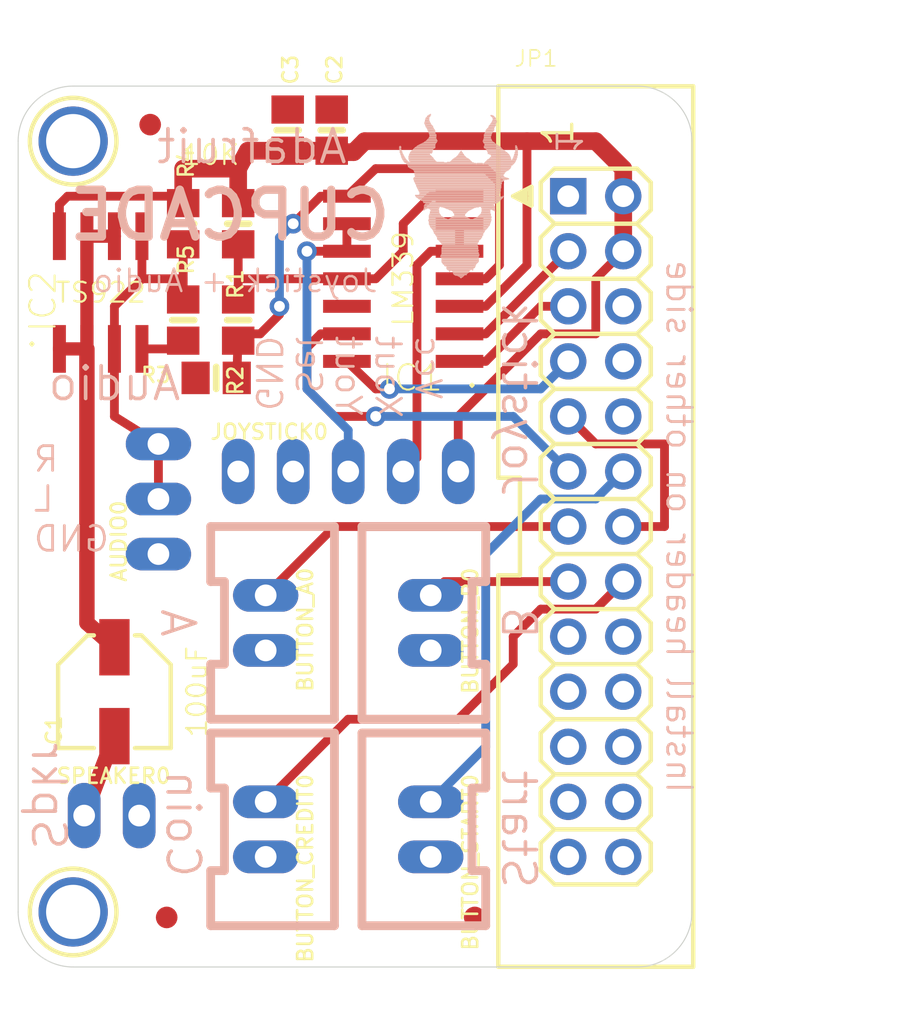
<source format=kicad_pcb>
(kicad_pcb (version 20211014) (generator pcbnew)
  (layers (0 "F.Cu" signal) (31 "B.Cu" signal) (34 "B.Paste" user) (35 "F.Paste" user) (36 "B.SilkS" user "B.Silkscreen") (37 "F.SilkS" user "F.Silkscreen") (38 "B.Mask" user) (39 "F.Mask" user) (44 "Edge.Cuts" user))
  (net 0 "")
  (net 1 "GND")
  (net 2 "2/3")
  (net 3 "1/3")
  (net 4 "+5V")
  (net 5 "1/2")
  (net 6 "N$3")
  (net 7 "N$5")
  (net 8 "LEFT")
  (net 9 "RIGHT")
  (net 10 "DOWN")
  (net 11 "UP")
  (net 12 "A")
  (net 13 "B")
  (net 14 "START")
  (net 15 "CREDIT")
  (net 16 "XOUT")
  (net 17 "YOUT")
  (footprint "boardEagle:1X02_OVAL" (layer "F.Cu") (at 144.3736 118.9736 -90)
    (fp_text reference "BUTTON_CREDIT0" (at -2.6162 -1.8288 90) (layer "F.SilkS") (effects (font (size 0.692831 0.692831) (thickness 0.119969)) (justify right)))
    (fp_text value "")
    (pad "1" thru_hole oval (at -1.27 0) (size 3.016 1.508) (drill 1) (layers *.Cu *.Mask) (net 15 "CREDIT"))
    (pad "2" thru_hole oval (at 1.27 0) (size 3.016 1.508) (drill 1) (layers *.Cu *.Mask) (net 1 "GND"))
  )
  (footprint "boardEagle:0805-NO" (layer "F.Cu") (at 142.0876 98.1456 180)
    (fp_text reference "R3" (at 2.032 0.127) (layer "F.SilkS") (effects (font (size 0.692831 0.692831) (thickness 0.119969)) (justify right)))
    (fp_text value "10K")
    (pad "1" smd rect (at -0.95 0 180) (size 1.3 1.5) (layers "F.Cu" "F.Paste" "F.Mask") (net 3 "1/3"))
    (pad "2" smd rect (at 0.95 0 180) (size 1.3 1.5) (layers "F.Cu" "F.Paste" "F.Mask") (net 1 "GND"))
  )
  (footprint "boardEagle:1X02_OVAL" (layer "F.Cu") (at 137.2616 118.3386)
    (fp_text reference "SPEAKER0" (at -2.6162 -1.8288) (layer "F.SilkS") (effects (font (size 0.692831 0.692831) (thickness 0.119969)) (justify left)))
    (fp_text value "8Ohm")
    (pad "1" thru_hole oval (at -1.27 0 90) (size 3.016 1.508) (drill 1) (layers *.Cu *.Mask) (net 6 "N$3"))
    (pad "2" thru_hole oval (at 1.27 0 90) (size 3.016 1.508) (drill 1) (layers *.Cu *.Mask) (net 1 "GND"))
  )
  (footprint "boardEagle:0805-NO" (layer "F.Cu") (at 143.1036 95.4786 -90)
    (fp_text reference "R2" (at 2.032 0.127 90) (layer "F.SilkS") (effects (font (size 0.692831 0.692831) (thickness 0.119969)) (justify right)))
    (fp_text value "10K")
    (pad "1" smd rect (at -0.95 0 270) (size 1.3 1.5) (layers "F.Cu" "F.Paste" "F.Mask") (net 2 "2/3"))
    (pad "2" smd rect (at 0.95 0 270) (size 1.3 1.5) (layers "F.Cu" "F.Paste" "F.Mask") (net 3 "1/3"))
  )
  (footprint "boardEagle:1X03_OVAL" (layer "F.Cu") (at 139.4206 103.7336 90)
    (fp_text reference "AUDIO0" (at -3.8862 -1.8288 90) (layer "F.SilkS") (effects (font (size 0.692831 0.692831) (thickness 0.119969)) (justify left)))
    (fp_text value "")
    (pad "1" thru_hole oval (at -2.54 0 180) (size 3.016 1.508) (drill 1) (layers *.Cu *.Mask) (net 1 "GND"))
    (pad "2" thru_hole oval (at 0 0 180) (size 3.016 1.508) (drill 1) (layers *.Cu *.Mask) (net 5 "1/2"))
    (pad "3" thru_hole oval (at 2.54 0 180) (size 3.016 1.508) (drill 1) (layers *.Cu *.Mask) (net 5 "1/2"))
  )
  (footprint "boardEagle:FIDUCIAL_1MM" (layer "F.Cu") (at 154.0256 123.0376)
    (fp_text reference "FID2" hide)
    (fp_text value "FIDUCIAL\"\"" hide)
    (pad "1" smd roundrect (at 0 0) (size 1 1) (layers "F.Cu" "F.Mask") (roundrect_rratio 0.5))
  )
  (footprint "boardEagle:1X02_OVAL" (layer "F.Cu") (at 151.9936 109.4486 -90)
    (fp_text reference "BUTTON_B0" (at -2.6162 -1.8288 90) (layer "F.SilkS") (effects (font (size 0.692831 0.692831) (thickness 0.119969)) (justify right)))
    (fp_text value "")
    (pad "1" thru_hole oval (at -1.27 0) (size 3.016 1.508) (drill 1) (layers *.Cu *.Mask) (net 13 "B"))
    (pad "2" thru_hole oval (at 1.27 0) (size 3.016 1.508) (drill 1) (layers *.Cu *.Mask) (net 1 "GND"))
  )
  (footprint "boardEagle:RASBERRYPI_IDC" (layer "F.Cu") (at 159.6136 105.0036)
    (fp_text reference "JP1" (at -3.81 -21.59) (layer "F.SilkS") (effects (font (size 0.739648 0.739648) (thickness 0.073152)) (justify left)))
    (fp_text value "")
    (fp_text user "1" (at -2.54 -18.923 90) (layer "F.SilkS") (effects (font (size 1.3716 1.3716) (thickness 0.1524)) (justify right top)))
    (pad "1" thru_hole rect (at -1.27 -15.24 270) (size 1.6764 1.6764) (drill 1) (layers *.Cu *.Mask))
    (pad "2" thru_hole circle (at 1.27 -15.24 270) (size 1.6764 1.6764) (drill 1) (layers *.Cu *.Mask) (net 4 "+5V"))
    (pad "3" thru_hole circle (at -1.27 -12.7 270) (size 1.6764 1.6764) (drill 1) (layers *.Cu *.Mask) (net 8 "LEFT"))
    (pad "4" thru_hole circle (at 1.27 -12.7 270) (size 1.6764 1.6764) (drill 1) (layers *.Cu *.Mask) (net 4 "+5V"))
    (pad "5" thru_hole circle (at -1.27 -10.16 270) (size 1.6764 1.6764) (drill 1) (layers *.Cu *.Mask) (net 9 "RIGHT"))
    (pad "6" thru_hole circle (at 1.27 -10.16 270) (size 1.6764 1.6764) (drill 1) (layers *.Cu *.Mask) (net 1 "GND"))
    (pad "7" thru_hole circle (at -1.27 -7.62 270) (size 1.6764 1.6764) (drill 1) (layers *.Cu *.Mask) (net 10 "DOWN"))
    (pad "8" thru_hole circle (at 1.27 -7.62 270) (size 1.6764 1.6764) (drill 1) (layers *.Cu *.Mask))
    (pad "9" thru_hole circle (at -1.27 -5.08 270) (size 1.6764 1.6764) (drill 1) (layers *.Cu *.Mask) (net 1 "GND"))
    (pad "10" thru_hole circle (at 1.27 -5.08 270) (size 1.6764 1.6764) (drill 1) (layers *.Cu *.Mask))
    (pad "11" thru_hole circle (at -1.27 -2.54 270) (size 1.6764 1.6764) (drill 1) (layers *.Cu *.Mask) (net 11 "UP"))
    (pad "12" thru_hole circle (at 1.27 -2.54 270) (size 1.6764 1.6764) (drill 1) (layers *.Cu *.Mask) (net 14 "START"))
    (pad "13" thru_hole circle (at -1.27 0 270) (size 1.6764 1.6764) (drill 1) (layers *.Cu *.Mask) (net 12 "A"))
    (pad "14" thru_hole circle (at 1.27 0 270) (size 1.6764 1.6764) (drill 1) (layers *.Cu *.Mask) (net 1 "GND"))
    (pad "15" thru_hole circle (at -1.27 2.54 270) (size 1.6764 1.6764) (drill 1) (layers *.Cu *.Mask) (net 13 "B"))
    (pad "16" thru_hole circle (at 1.27 2.54 270) (size 1.6764 1.6764) (drill 1) (layers *.Cu *.Mask) (net 15 "CREDIT"))
    (pad "17" thru_hole circle (at -1.27 5.08 270) (size 1.6764 1.6764) (drill 1) (layers *.Cu *.Mask))
    (pad "18" thru_hole circle (at 1.27 5.08 270) (size 1.6764 1.6764) (drill 1) (layers *.Cu *.Mask))
    (pad "19" thru_hole circle (at -1.27 7.62 270) (size 1.6764 1.6764) (drill 1) (layers *.Cu *.Mask))
    (pad "20" thru_hole circle (at 1.27 7.62 270) (size 1.6764 1.6764) (drill 1) (layers *.Cu *.Mask) (net 1 "GND"))
    (pad "21" thru_hole circle (at -1.27 10.16 270) (size 1.6764 1.6764) (drill 1) (layers *.Cu *.Mask))
    (pad "22" thru_hole circle (at 1.27 10.16 270) (size 1.6764 1.6764) (drill 1) (layers *.Cu *.Mask))
    (pad "23" thru_hole circle (at -1.27 12.7 270) (size 1.6764 1.6764) (drill 1) (layers *.Cu *.Mask))
    (pad "24" thru_hole circle (at 1.27 12.7 270) (size 1.6764 1.6764) (drill 1) (layers *.Cu *.Mask))
    (pad "25" thru_hole circle (at -1.27 15.24 270) (size 1.6764 1.6764) (drill 1) (layers *.Cu *.Mask) (net 1 "GND"))
    (pad "26" thru_hole circle (at 1.27 15.24 270) (size 1.6764 1.6764) (drill 1) (layers *.Cu *.Mask))
  )
  (footprint "boardEagle:0805-NO" (layer "F.Cu") (at 140.5636 91.0336 90)
    (fp_text reference "R4" (at 2.032 0.127 90) (layer "F.SilkS") (effects (font (size 0.692831 0.692831) (thickness 0.119969)) (justify left)))
    (fp_text value "10K")
    (pad "1" smd rect (at -0.95 0 90) (size 1.3 1.5) (layers "F.Cu" "F.Paste" "F.Mask") (net 5 "1/2"))
    (pad "2" smd rect (at 0.95 0 90) (size 1.3 1.5) (layers "F.Cu" "F.Paste" "F.Mask") (net 4 "+5V"))
  )
  (footprint "boardEagle:0805-NO" (layer "F.Cu") (at 143.1036 91.0336 -90)
    (fp_text reference "R1" (at 2.032 0.127 90) (layer "F.SilkS") (effects (font (size 0.692831 0.692831) (thickness 0.119969)) (justify right)))
    (fp_text value "10K")
    (pad "1" smd rect (at -0.95 0 270) (size 1.3 1.5) (layers "F.Cu" "F.Paste" "F.Mask") (net 4 "+5V"))
    (pad "2" smd rect (at 0.95 0 270) (size 1.3 1.5) (layers "F.Cu" "F.Paste" "F.Mask") (net 2 "2/3"))
  )
  (footprint "boardEagle:MOUNTINGHOLE_2.5_PLATED" (layer "F.Cu") (at 135.4836 122.7836)
    (fp_text reference "U$2" hide)
    (fp_text value "MOUNTINGHOLE2.5" hide)
    (pad "P$1" thru_hole circle (at 0 0) (size 3.2 3.2) (drill 2.5) (layers *.Cu *.Mask))
  )
  (footprint "boardEagle:1X05_OVAL" (layer "F.Cu") (at 148.1836 102.4636)
    (fp_text reference "JOYSTICK0" (at -6.4262 -1.8288) (layer "F.SilkS") (effects (font (size 0.692831 0.692831) (thickness 0.119969)) (justify left)))
    (fp_text value "")
    (pad "1" thru_hole oval (at -5.08 0 90) (size 3.016 1.508) (drill 1) (layers *.Cu *.Mask) (net 1 "GND"))
    (pad "2" thru_hole oval (at -2.54 0 90) (size 3.016 1.508) (drill 1) (layers *.Cu *.Mask))
    (pad "3" thru_hole oval (at 0 0 90) (size 3.016 1.508) (drill 1) (layers *.Cu *.Mask) (net 17 "YOUT"))
    (pad "4" thru_hole oval (at 2.54 0 90) (size 3.016 1.508) (drill 1) (layers *.Cu *.Mask) (net 16 "XOUT"))
    (pad "5" thru_hole oval (at 5.08 0 90) (size 3.016 1.508) (drill 1) (layers *.Cu *.Mask) (net 4 "+5V"))
  )
  (footprint "boardEagle:MOUNTINGHOLE_2.5_PLATED" (layer "F.Cu") (at 135.4836 87.2236)
    (fp_text reference "U$3" hide)
    (fp_text value "MOUNTINGHOLE2.5" hide)
    (pad "P$1" thru_hole circle (at 0 0) (size 3.2 3.2) (drill 2.5) (layers *.Cu *.Mask))
  )
  (footprint "boardEagle:SO14" (layer "F.Cu") (at 150.7236 93.5736 90)
    (fp_text reference "IC1" (at -4.572 1.905) (layer "F.SilkS") (effects (font (size 1.176528 1.176528) (thickness 0.093472)) (justify right)))
    (fp_text value "LM339D")
    (pad "1" smd rect (at -3.81 2.6 90) (size 0.6 2.2) (layers "F.Cu" "F.Paste" "F.Mask") (net 9 "RIGHT"))
    (pad "2" smd rect (at -2.54 2.6 90) (size 0.6 2.2) (layers "F.Cu" "F.Paste" "F.Mask") (net 8 "LEFT"))
    (pad "3" smd rect (at -1.27 2.6 90) (size 0.6 2.2) (layers "F.Cu" "F.Paste" "F.Mask") (net 4 "+5V"))
    (pad "4" smd rect (at 0 2.6 90) (size 0.6 2.2) (layers "F.Cu" "F.Paste" "F.Mask") (net 3 "1/3"))
    (pad "5" smd rect (at 1.27 2.6 90) (size 0.6 2.2) (layers "F.Cu" "F.Paste" "F.Mask") (net 16 "XOUT"))
    (pad "6" smd rect (at 2.54 2.6 90) (size 0.6 2.2) (layers "F.Cu" "F.Paste" "F.Mask") (net 16 "XOUT"))
    (pad "7" smd rect (at 3.81 2.6 90) (size 0.6 2.2) (layers "F.Cu" "F.Paste" "F.Mask") (net 2 "2/3"))
    (pad "8" smd rect (at 3.81 -2.6 90) (size 0.6 2.2) (layers "F.Cu" "F.Paste" "F.Mask") (net 3 "1/3"))
    (pad "9" smd rect (at 2.54 -2.6 90) (size 0.6 2.2) (layers "F.Cu" "F.Paste" "F.Mask") (net 17 "YOUT"))
    (pad "10" smd rect (at 1.27 -2.6 90) (size 0.6 2.2) (layers "F.Cu" "F.Paste" "F.Mask") (net 17 "YOUT"))
    (pad "11" smd rect (at 0 -2.6 90) (size 0.6 2.2) (layers "F.Cu" "F.Paste" "F.Mask") (net 2 "2/3"))
    (pad "12" smd rect (at -1.27 -2.6 90) (size 0.6 2.2) (layers "F.Cu" "F.Paste" "F.Mask") (net 1 "GND"))
    (pad "13" smd rect (at -2.54 -2.6 90) (size 0.6 2.2) (layers "F.Cu" "F.Paste" "F.Mask") (net 11 "UP"))
    (pad "14" smd rect (at -3.81 -2.6 90) (size 0.6 2.2) (layers "F.Cu" "F.Paste" "F.Mask") (net 10 "DOWN"))
  )
  (footprint "boardEagle:0805-NO" (layer "F.Cu") (at 147.4216 86.7156 90)
    (fp_text reference "C2" (at 2.032 0.127 90) (layer "F.SilkS") (effects (font (size 0.692831 0.692831) (thickness 0.119969)) (justify left)))
    (fp_text value "10uF")
    (pad "1" smd rect (at -0.95 0 90) (size 1.3 1.5) (layers "F.Cu" "F.Paste" "F.Mask") (net 4 "+5V"))
    (pad "2" smd rect (at 0.95 0 90) (size 1.3 1.5) (layers "F.Cu" "F.Paste" "F.Mask") (net 1 "GND"))
  )
  (footprint "boardEagle:0805-NO" (layer "F.Cu") (at 145.3896 86.7156 90)
    (fp_text reference "C3" (at 2.032 0.127 90) (layer "F.SilkS") (effects (font (size 0.692831 0.692831) (thickness 0.119969)) (justify left)))
    (fp_text value "0.1uF")
    (pad "1" smd rect (at -0.95 0 90) (size 1.3 1.5) (layers "F.Cu" "F.Paste" "F.Mask") (net 4 "+5V"))
    (pad "2" smd rect (at 0.95 0 90) (size 1.3 1.5) (layers "F.Cu" "F.Paste" "F.Mask") (net 1 "GND"))
  )
  (footprint "boardEagle:1X02_OVAL" (layer "F.Cu") (at 151.9936 118.9736 -90)
    (fp_text reference "BUTTON_START0" (at -2.6162 -1.8288 90) (layer "F.SilkS") (effects (font (size 0.692831 0.692831) (thickness 0.119969)) (justify right)))
    (fp_text value "")
    (pad "1" thru_hole oval (at -1.27 0) (size 3.016 1.508) (drill 1) (layers *.Cu *.Mask) (net 14 "START"))
    (pad "2" thru_hole oval (at 1.27 0) (size 3.016 1.508) (drill 1) (layers *.Cu *.Mask) (net 1 "GND"))
  )
  (footprint "boardEagle:1X02_OVAL" (layer "F.Cu") (at 144.3736 109.4486 -90)
    (fp_text reference "BUTTON_A0" (at -2.6162 -1.8288 90) (layer "F.SilkS") (effects (font (size 0.692831 0.692831) (thickness 0.119969)) (justify right)))
    (fp_text value "")
    (pad "1" thru_hole oval (at -1.27 0) (size 3.016 1.508) (drill 1) (layers *.Cu *.Mask) (net 12 "A"))
    (pad "2" thru_hole oval (at 1.27 0) (size 3.016 1.508) (drill 1) (layers *.Cu *.Mask) (net 1 "GND"))
  )
  (footprint "boardEagle:FIDUCIAL_1MM" (layer "F.Cu") (at 139.0396 86.4616)
    (fp_text reference "FID3" hide)
    (fp_text value "FIDUCIAL\"\"" hide)
    (pad "1" smd roundrect (at 0 0) (size 1 1) (layers "F.Cu" "F.Mask") (roundrect_rratio 0.5))
  )
  (footprint "boardEagle:PANASONIC_C" (layer "F.Cu") (at 137.3886 112.6236 90)
    (fp_text reference "C1" (at -2.54 -2.794 90) (layer "F.SilkS") (effects (font (size 0.692831 0.692831) (thickness 0.119969)) (justify left)))
    (fp_text value "100uF")
    (pad "+" smd rect (at 2.05 0 90) (size 2.6 1.4) (layers "F.Cu" "F.Paste" "F.Mask") (net 7 "N$5"))
    (pad "-" smd rect (at -2.05 0 90) (size 2.6 1.4) (layers "F.Cu" "F.Paste" "F.Mask") (net 6 "N$3"))
  )
  (footprint "boardEagle:0805-NO" (layer "F.Cu") (at 140.5636 95.4786 90)
    (fp_text reference "R5" (at 2.032 0.127 90) (layer "F.SilkS") (effects (font (size 0.692831 0.692831) (thickness 0.119969)) (justify left)))
    (fp_text value "10K")
    (pad "1" smd rect (at -0.95 0 90) (size 1.3 1.5) (layers "F.Cu" "F.Paste" "F.Mask") (net 1 "GND"))
    (pad "2" smd rect (at 0.95 0 90) (size 1.3 1.5) (layers "F.Cu" "F.Paste" "F.Mask") (net 5 "1/2"))
  )
  (footprint "boardEagle:SO08" (layer "F.Cu") (at 136.7536 94.2086)
    (fp_text reference "IC2" (at -2.667 1.905 90) (layer "F.SilkS") (effects (font (size 1.176528 1.176528) (thickness 0.093472)) (justify left)))
    (fp_text value "TS922")
    (pad "1" smd rect (at -1.905 2.6) (size 0.6 2.2) (layers "F.Cu" "F.Paste" "F.Mask") (net 7 "N$5"))
    (pad "2" smd rect (at -0.635 2.6) (size 0.6 2.2) (layers "F.Cu" "F.Paste" "F.Mask") (net 7 "N$5"))
    (pad "3" smd rect (at 0.635 2.6) (size 0.6 2.2) (layers "F.Cu" "F.Paste" "F.Mask") (net 5 "1/2"))
    (pad "4" smd rect (at 1.905 2.6) (size 0.6 2.2) (layers "F.Cu" "F.Paste" "F.Mask") (net 1 "GND"))
    (pad "5" smd rect (at 1.905 -2.6) (size 0.6 2.2) (layers "F.Cu" "F.Paste" "F.Mask") (net 5 "1/2"))
    (pad "6" smd rect (at 0.635 -2.6) (size 0.6 2.2) (layers "F.Cu" "F.Paste" "F.Mask") (net 7 "N$5"))
    (pad "7" smd rect (at -0.635 -2.6) (size 0.6 2.2) (layers "F.Cu" "F.Paste" "F.Mask") (net 7 "N$5"))
    (pad "8" smd rect (at -1.905 -2.6) (size 0.6 2.2) (layers "F.Cu" "F.Paste" "F.Mask") (net 4 "+5V"))
  )
  (footprint "boardEagle:FIDUCIAL_1MM" (layer "F.Cu") (at 139.8016 123.0376)
    (fp_text reference "FID1" hide)
    (fp_text value "FIDUCIAL\"\"" hide)
    (pad "1" smd roundrect (at 0 0) (size 1 1) (layers "F.Cu" "F.Mask") (roundrect_rratio 0.5))
  )
  (footprint "boardEagle:DRAGON_300MIL" (layer "B.Cu") (at 156.0576 93.5736 180)
    (fp_text reference "U$1" hide)
    (fp_text value "" hide)
  )
  (gr_line (start 153.8986 120.8786) (end 154.5336 120.8786) (layer "B.SilkS") (width 0.4064))
  (gr_line (start 141.8336 113.8936) (end 141.8336 111.3536) (layer "B.SilkS") (width 0.4064))
  (gr_line (start 147.5486 123.4186) (end 141.8336 123.4186) (layer "B.SilkS") (width 0.4064))
  (gr_line (start 142.4686 111.3536) (end 142.4686 107.5436) (layer "B.SilkS") (width 0.4064))
  (gr_line (start 142.4686 120.8786) (end 142.4686 117.0686) (layer "B.SilkS") (width 0.4064))
  (gr_line (start 141.8336 105.0036) (end 147.5486 105.0036) (layer "B.SilkS") (width 0.4064))
  (gr_line (start 153.8986 111.3536) (end 154.5336 111.3536) (layer "B.SilkS") (width 0.4064))
  (gr_line (start 142.4686 117.0686) (end 141.8336 117.0686) (layer "B.SilkS") (width 0.4064))
  (gr_line (start 154.5336 113.8936) (end 148.8186 113.8936) (layer "B.SilkS") (width 0.4064))
  (gr_line (start 141.8336 123.4186) (end 141.8336 120.8786) (layer "B.SilkS") (width 0.4064))
  (gr_line (start 153.8986 107.5436) (end 153.8986 111.3536) (layer "B.SilkS") (width 0.4064))
  (gr_line (start 147.5486 105.0036) (end 147.5486 113.8936) (layer "B.SilkS") (width 0.4064))
  (gr_line (start 148.8186 114.5286) (end 154.5336 114.5286) (layer "B.SilkS") (width 0.4064))
  (gr_line (start 154.5336 111.3536) (end 154.5336 113.8936) (layer "B.SilkS") (width 0.4064))
  (gr_line (start 148.8186 105.0036) (end 154.5336 105.0036) (layer "B.SilkS") (width 0.4064))
  (gr_line (start 154.5336 120.8786) (end 154.5336 123.4186) (layer "B.SilkS") (width 0.4064))
  (gr_line (start 141.8336 114.5286) (end 147.5486 114.5286) (layer "B.SilkS") (width 0.4064))
  (gr_line (start 141.8336 117.0686) (end 141.8336 114.5286) (layer "B.SilkS") (width 0.4064))
  (gr_line (start 154.5336 105.0036) (end 154.5336 107.5436) (layer "B.SilkS") (width 0.4064))
  (gr_line (start 153.8986 117.0686) (end 153.8986 120.8786) (layer "B.SilkS") (width 0.4064))
  (gr_line (start 148.8186 113.8936) (end 148.8186 105.0036) (layer "B.SilkS") (width 0.4064))
  (gr_line (start 148.8186 123.4186) (end 148.8186 114.5286) (layer "B.SilkS") (width 0.4064))
  (gr_line (start 154.5336 117.0686) (end 153.8986 117.0686) (layer "B.SilkS") (width 0.4064))
  (gr_line (start 141.8336 107.5436) (end 141.8336 105.0036) (layer "B.SilkS") (width 0.4064))
  (gr_line (start 141.8336 111.3536) (end 142.4686 111.3536) (layer "B.SilkS") (width 0.4064))
  (gr_line (start 141.8336 120.8786) (end 142.4686 120.8786) (layer "B.SilkS") (width 0.4064))
  (gr_line (start 147.5486 113.8936) (end 141.8336 113.8936) (layer "B.SilkS") (width 0.4064))
  (gr_line (start 154.5336 107.5436) (end 153.8986 107.5436) (layer "B.SilkS") (width 0.4064))
  (gr_line (start 154.5336 114.5286) (end 154.5336 117.0686) (layer "B.SilkS") (width 0.4064))
  (gr_line (start 142.4686 107.5436) (end 141.8336 107.5436) (layer "B.SilkS") (width 0.4064))
  (gr_line (start 147.5486 114.5286) (end 147.5486 123.4186) (layer "B.SilkS") (width 0.4064))
  (gr_line (start 154.5336 123.4186) (end 148.8186 123.4186) (layer "B.SilkS") (width 0.4064))
  (gr_arc (start 132.9436 87.2236) (mid 133.687549 85.427549) (end 135.4836 84.6836) (layer "Edge.Cuts") (width 0.05))
  (gr_arc (start 161.5186 84.6836) (mid 163.314651 85.427549) (end 164.0586 87.2236) (layer "Edge.Cuts") (width 0.05))
  (gr_line (start 164.0586 87.2236) (end 164.0586 122.7836) (layer "Edge.Cuts") (width 0.05))
  (gr_line (start 135.4836 84.6836) (end 161.5186 84.6836) (layer "Edge.Cuts") (width 0.05))
  (gr_line (start 161.5186 125.3236) (end 135.4836 125.3236) (layer "Edge.Cuts") (width 0.05))
  (gr_arc (start 135.4836 125.3236) (mid 133.687549 124.579651) (end 132.9436 122.7836) (layer "Edge.Cuts") (width 0.05))
  (gr_arc (start 164.0586 122.7836) (mid 163.314651 124.579651) (end 161.5186 125.3236) (layer "Edge.Cuts") (width 0.05))
  (gr_line (start 132.9436 122.7836) (end 132.9436 87.2236) (layer "Edge.Cuts") (width 0.05))
  (gr_text "Spkr" (at 135.2296 117.4496 -90) (layer "B.SilkS") (effects (font (size 1.50876 1.50876) (thickness 0.16764)) (justify top mirror)))
  (gr_text "Coin" (at 139.6746 118.7196 -90) (layer "B.SilkS") (effects (font (size 1.50876 1.50876) (thickness 0.16764)) (justify bottom mirror)))
  (gr_text "Joystick + Audio" (at 142.9766 93.0656) (layer "B.SilkS") (effects (font (size 1.0287 1.0287) (thickness 0.1143)) (justify top mirror)))
  (gr_text "Vcc\nXout\nYout\nSel\nGND" (at 148.1836 96.1136 -90) (layer "B.SilkS") (effects (font (size 1.143 1.143) (thickness 0.127)) (justify right mirror)))
  (gr_text "Start" (at 155.1686 118.9736 -90) (layer "B.SilkS") (effects (font (size 1.50876 1.50876) (thickness 0.16764)) (justify bottom mirror)))
  (gr_text "B" (at 155.1686 109.4486 -90) (layer "B.SilkS") (effects (font (size 1.50876 1.50876) (thickness 0.16764)) (justify bottom mirror)))
  (gr_text "R\nL\nGND" (at 133.5786 103.7336) (layer "B.SilkS") (effects (font (size 1.143 1.143) (thickness 0.127)) (justify right mirror)))
  (gr_text "Audio" (at 137.3886 99.2886) (layer "B.SilkS") (effects (font (size 1.50876 1.50876) (thickness 0.16764)) (justify bottom mirror)))
  (gr_text "Adafruit" (at 143.7386 86.5886) (layer "B.SilkS") (effects (font (size 1.50876 1.50876) (thickness 0.16764)) (justify top mirror)))
  (gr_text "Install header on other side" (at 162.7886 105.0036 -90) (layer "B.SilkS") (effects (font (size 1.143 1.143) (thickness 0.127)) (justify bottom mirror)))
  (gr_text "Joystick" (at 155.1686 103.7336 -90) (layer "B.SilkS") (effects (font (size 1.50876 1.50876) (thickness 0.16764)) (justify left bottom mirror)))
  (gr_text "CUPCADE" (at 142.7226 89.3826) (layer "B.SilkS") (effects (font (size 2.159 2.159) (thickness 0.381)) (justify top mirror)))
  (gr_text "1" (at 158.3436 87.8586 -90) (layer "B.SilkS") (effects (font (size 1.143 1.143) (thickness 0.127)) (justify left mirror)))
  (gr_text "A" (at 141.1986 109.4486 -90) (layer "B.SilkS") (effects (font (size 1.50876 1.50876) (thickness 0.16764)) (justify top mirror)))
  (gr_text "100uF" (at 141.1986 112.6236 90) (layer "F.SilkS") (effects (font (size 0.9144 0.9144) (thickness 0.1016))))
  (gr_text "TS922" (at 136.7536 94.2086) (layer "F.SilkS") (effects (font (size 0.9144 0.9144) (thickness 0.1016))))
  (gr_text "LM339" (at 150.7236 93.5736 90) (layer "F.SilkS") (effects (font (size 0.9144 0.9144) (thickness 0.1016))))
  (gr_text "10K" (at 141.8336 87.8586) (layer "F.SilkS") (effects (font (size 0.9144 0.9144) (thickness 0.1016))))
  (gr_text "." (at 133.5786 96.1136) (layer "F.SilkS") (effects (font (size 1.143 1.143) (thickness 0.127)) (justify mirror)))
  (gr_text "." (at 153.8986 98.0186) (layer "F.SilkS") (effects (font (size 1.143 1.143) (thickness 0.127)) (justify mirror)))
  (segment (start 138.6586 96.8086) (end 140.5636 96.8086) (width 0.4064) (layer "F.Cu") (net 1))
  (segment (start 162.7886 101.1936) (end 162.7886 105.0036) (width 0.4064) (layer "F.Cu") (net 1))
  (segment (start 140.5636 96.8086) (end 140.5636 96.4286) (width 0.4064) (layer "F.Cu") (net 1))
  (segment (start 159.6136 101.1936) (end 162.7886 101.1936) (width 0.4064) (layer "F.Cu") (net 1))
  (segment (start 158.3436 99.9236) (end 159.6136 101.1936) (width 0.4064) (layer "F.Cu") (net 1))
  (segment (start 162.7886 105.0036) (end 160.8836 105.0036) (width 0.4064) (layer "F.Cu") (net 1))
  (segment (start 143.1036 93.5736) (end 143.1036 94.5286) (width 0.4064) (layer "F.Cu") (net 2))
  (segment (start 151.9936 89.7636) (end 153.3236 89.7636) (width 0.4064) (layer "F.Cu") (net 2))
  (segment (start 148.1236 93.5736) (end 149.4536 93.5736) (width 0.4064) (layer "F.Cu") (net 2))
  (segment (start 150.7236 91.0336) (end 151.9936 89.7636) (width 0.4064) (layer "F.Cu") (net 2))
  (segment (start 148.1236 93.5736) (end 143.1036 93.5736) (width 0.4064) (layer "F.Cu") (net 2))
  (segment (start 149.4536 93.5736) (end 150.7236 92.3036) (width 0.4064) (layer "F.Cu") (net 2))
  (segment (start 150.7236 92.3036) (end 150.7236 91.0336) (width 0.4064) (layer "F.Cu") (net 2))
  (segment (start 143.1036 91.9836) (end 143.1036 93.5736) (width 0.4064) (layer "F.Cu") (net 2))
  (segment (start 155.1686 92.9386) (end 154.5336 93.5736) (width 0.4064) (layer "F.Cu") (net 3))
  (segment (start 154.5336 93.5736) (end 153.3236 93.5736) (width 0.4064) (layer "F.Cu") (net 3))
  (segment (start 145.0086 95.2246) (end 144.1196 96.1136) (width 0.4064) (layer "F.Cu") (net 3))
  (segment (start 149.4536 88.4936) (end 154.5336 88.4936) (width 0.4064) (layer "F.Cu") (net 3))
  (segment (start 154.5336 88.4936) (end 155.1686 89.1286) (width 0.4064) (layer "F.Cu") (net 3))
  (segment (start 143.0376 98.1456) (end 143.1036 96.1136) (width 0.4064) (layer "F.Cu") (net 3))
  (segment (start 146.9136 89.7636) (end 145.6436 91.0336) (width 0.4064) (layer "F.Cu") (net 3))
  (segment (start 155.1686 89.1286) (end 155.1686 92.9386) (width 0.4064) (layer "F.Cu") (net 3))
  (segment (start 148.1236 89.7636) (end 149.4536 88.4936) (width 0.4064) (layer "F.Cu") (net 3))
  (segment (start 148.1236 89.7636) (end 146.9136 89.7636) (width 0.4064) (layer "F.Cu") (net 3))
  (segment (start 145.0086 94.8436) (end 145.0086 95.2246) (width 0.4064) (layer "F.Cu") (net 3))
  (segment (start 144.1196 96.1136) (end 143.1036 96.1136) (width 0.4064) (layer "F.Cu") (net 3))
  (segment (start 143.1036 96.1136) (end 143.1036 96.4286) (width 0.4064) (layer "F.Cu") (net 3))
  (via (at 145.6436 91.0336) (size 0.9064) (drill 0.5) (layers "F.Cu" "B.Cu") (net 3))
  (via (at 145.0086 94.8436) (size 0.9064) (drill 0.5) (layers "F.Cu" "B.Cu") (net 3))
  (segment (start 145.0086 91.6686) (end 145.0086 94.8436) (width 0.4064) (layer "B.Cu") (net 3))
  (segment (start 145.6436 91.0336) (end 145.0086 91.6686) (width 0.4064) (layer "B.Cu") (net 3))
  (segment (start 153.2636 99.9236) (end 157.0736 96.1136) (width 0.4064) (layer "F.Cu") (net 4))
  (segment (start 145.3896 87.6656) (end 143.5456 87.6656) (width 0.8128) (layer "F.Cu") (net 4))
  (segment (start 134.8486 90.1446) (end 135.2296 89.7636) (width 0.4064) (layer "F.Cu") (net 4))
  (segment (start 148.4376 87.7316) (end 147.4876 87.7316) (width 0.8128) (layer "F.Cu") (net 4))
  (segment (start 153.3236 94.8436) (end 154.5336 94.8436) (width 0.4064) (layer "F.Cu") (net 4))
  (segment (start 147.4216 87.6656) (end 145.3896 87.6656) (width 0.8128) (layer "F.Cu") (net 4))
  (segment (start 135.2296 89.7636) (end 140.2436 89.7636) (width 0.4064) (layer "F.Cu") (net 4))
  (segment (start 156.4386 87.2236) (end 148.9456 87.2236) (width 0.8128) (layer "F.Cu") (net 4))
  (segment (start 159.6136 93.5736) (end 160.8836 92.3036) (width 0.4064) (layer "F.Cu") (net 4))
  (segment (start 143.1036 88.4936) (end 140.5636 88.4936) (width 0.8128) (layer "F.Cu") (net 4))
  (segment (start 154.5336 94.8436) (end 156.4386 92.9386) (width 0.4064) (layer "F.Cu") (net 4))
  (segment (start 143.1036 90.0836) (end 143.1036 88.4936) (width 0.8128) (layer "F.Cu") (net 4))
  (segment (start 159.6136 87.2236) (end 156.4386 87.2236) (width 0.8128) (layer "F.Cu") (net 4))
  (segment (start 159.6136 96.1136) (end 159.6136 93.5736) (width 0.4064) (layer "F.Cu") (net 4))
  (segment (start 140.2436 89.7636) (end 140.5636 90.0836) (width 0.4064) (layer "F.Cu") (net 4))
  (segment (start 157.0736 96.1136) (end 159.6136 96.1136) (width 0.4064) (layer "F.Cu") (net 4))
  (segment (start 160.8836 88.4936) (end 159.6136 87.2236) (width 0.8128) (layer "F.Cu") (net 4))
  (segment (start 148.9456 87.2236) (end 148.4376 87.7316) (width 0.8128) (layer "F.Cu") (net 4))
  (segment (start 153.2636 102.4636) (end 153.2636 99.9236) (width 0.4064) (layer "F.Cu") (net 4))
  (segment (start 147.4876 87.7316) (end 147.4216 87.6656) (width 0.8128) (layer "F.Cu") (net 4))
  (segment (start 156.4386 92.9386) (end 156.4386 87.2236) (width 0.4064) (layer "F.Cu") (net 4))
  (segment (start 160.8836 89.7636) (end 160.8836 88.4936) (width 0.8128) (layer "F.Cu") (net 4))
  (segment (start 140.5636 90.0836) (end 140.5636 88.4936) (width 0.8128) (layer "F.Cu") (net 4))
  (segment (start 143.5456 87.6656) (end 143.1036 88.4936) (width 0.8128) (layer "F.Cu") (net 4))
  (segment (start 134.8486 91.6086) (end 134.8486 90.1446) (width 0.4064) (layer "F.Cu") (net 4))
  (segment (start 160.8836 92.3036) (end 160.8836 89.7636) (width 0.8128) (layer "F.Cu") (net 4))
  (segment (start 137.3886 94.8436) (end 137.3886 96.8086) (width 0.4064) (layer "F.Cu") (net 5))
  (segment (start 137.3886 99.9236) (end 137.3886 96.8086) (width 0.4064) (layer "F.Cu") (net 5))
  (segment (start 138.6586 93.5736) (end 137.3886 94.8436) (width 0.4064) (layer "F.Cu") (net 5))
  (segment (start 139.4206 101.1936) (end 137.3886 99.9236) (width 0.4064) (layer "F.Cu") (net 5))
  (segment (start 140.5636 93.5736) (end 138.6586 93.5736) (width 0.4064) (layer "F.Cu") (net 5))
  (segment (start 140.5636 91.9836) (end 140.5636 93.5736) (width 0.4064) (layer "F.Cu") (net 5))
  (segment (start 138.6586 93.5736) (end 138.6586 91.6086) (width 0.4064) (layer "F.Cu") (net 5))
  (segment (start 140.5636 93.5736) (end 140.5636 94.5286) (width 0.4064) (layer "F.Cu") (net 5))
  (segment (start 139.4206 103.7336) (end 139.4206 101.1936) (width 0.4064) (layer "F.Cu") (net 5))
  (segment (start 137.3886 114.6736) (end 135.9916 118.3386) (width 0.7112) (layer "F.Cu") (net 6))
  (segment (start 136.1186 91.6086) (end 137.3886 91.6086) (width 0.6096) (layer "F.Cu") (net 7))
  (segment (start 136.1186 109.4486) (end 137.3886 110.5736) (width 0.7112) (layer "F.Cu") (net 7))
  (segment (start 134.8486 96.8086) (end 136.1186 96.8086) (width 0.6096) (layer "F.Cu") (net 7))
  (segment (start 136.1186 96.8086) (end 136.1186 91.6086) (width 0.6096) (layer "F.Cu") (net 7))
  (segment (start 136.1186 96.8086) (end 136.1186 109.4486) (width 0.7112) (layer "F.Cu") (net 7))
  (segment (start 153.3236 96.1136) (end 154.5336 96.1136) (width 0.4064) (layer "F.Cu") (net 8))
  (segment (start 154.5336 96.1136) (end 158.3436 92.3036) (width 0.4064) (layer "F.Cu") (net 8))
  (segment (start 154.5336 97.3836) (end 157.0736 94.8436) (width 0.4064) (layer "F.Cu") (net 9))
  (segment (start 153.3236 97.3836) (end 154.5336 97.3836) (width 0.4064) (layer "F.Cu") (net 9))
  (segment (start 157.0736 94.8436) (end 158.3436 94.8436) (width 0.4064) (layer "F.Cu") (net 9))
  (segment (start 148.1236 97.3836) (end 149.4536 98.6536) (width 0.4064) (layer "F.Cu") (net 10))
  (segment (start 149.4536 98.6536) (end 150.0886 98.6536) (width 0.4064) (layer "F.Cu") (net 10))
  (via (at 150.0886 98.6536) (size 0.9064) (drill 0.5) (layers "F.Cu" "B.Cu") (net 10))
  (segment (start 157.0736 98.6536) (end 150.0886 98.6536) (width 0.4064) (layer "B.Cu") (net 10))
  (segment (start 158.3436 97.3836) (end 157.0736 98.6536) (width 0.4064) (layer "B.Cu") (net 10))
  (segment (start 148.1236 96.1136) (end 146.9136 96.1136) (width 0.4064) (layer "F.Cu") (net 11))
  (segment (start 146.2786 98.6536) (end 147.5486 99.9236) (width 0.4064) (layer "F.Cu") (net 11))
  (segment (start 146.2786 96.7486) (end 146.2786 98.6536) (width 0.4064) (layer "F.Cu") (net 11))
  (segment (start 147.5486 99.9236) (end 149.4536 99.9236) (width 0.4064) (layer "F.Cu") (net 11))
  (segment (start 146.9136 96.1136) (end 146.2786 96.7486) (width 0.4064) (layer "F.Cu") (net 11))
  (via (at 149.4536 99.9236) (size 0.9064) (drill 0.5) (layers "F.Cu" "B.Cu") (net 11))
  (segment (start 149.4536 99.9236) (end 155.8036 99.9236) (width 0.4064) (layer "B.Cu") (net 11))
  (segment (start 155.8036 99.9236) (end 158.3436 102.4636) (width 0.4064) (layer "B.Cu") (net 11))
  (segment (start 147.5486 105.0036) (end 158.3436 105.0036) (width 0.4064) (layer "F.Cu") (net 12))
  (segment (start 144.3736 108.1786) (end 147.5486 105.0036) (width 0.4064) (layer "F.Cu") (net 12))
  (segment (start 151.9936 108.1786) (end 152.6286 107.5436) (width 0.4064) (layer "F.Cu") (net 13))
  (segment (start 152.6286 107.5436) (end 158.3436 107.5436) (width 0.4064) (layer "F.Cu") (net 13))
  (segment (start 154.5336 115.1636) (end 151.9936 117.7036) (width 0.4064) (layer "B.Cu") (net 14))
  (segment (start 154.5336 106.2736) (end 154.5336 115.1636) (width 0.4064) (layer "B.Cu") (net 14))
  (segment (start 160.8836 102.4636) (end 159.6136 103.7336) (width 0.4064) (layer "B.Cu") (net 14))
  (segment (start 157.0736 103.7336) (end 154.5336 106.2736) (width 0.4064) (layer "B.Cu") (net 14))
  (segment (start 159.6136 103.7336) (end 157.0736 103.7336) (width 0.4064) (layer "B.Cu") (net 14))
  (segment (start 160.8836 107.5436) (end 159.6136 108.8136) (width 0.4064) (layer "F.Cu") (net 15))
  (segment (start 155.8036 111.3536) (end 153.2636 113.8936) (width 0.4064) (layer "F.Cu") (net 15))
  (segment (start 153.2636 113.8936) (end 148.1836 113.8936) (width 0.4064) (layer "F.Cu") (net 15))
  (segment (start 157.0736 108.8136) (end 155.8036 110.0836) (width 0.4064) (layer "F.Cu") (net 15))
  (segment (start 159.6136 108.8136) (end 157.0736 108.8136) (width 0.4064) (layer "F.Cu") (net 15))
  (segment (start 155.8036 110.0836) (end 155.8036 111.3536) (width 0.4064) (layer "F.Cu") (net 15))
  (segment (start 148.1836 113.8936) (end 144.3736 117.7036) (width 0.4064) (layer "F.Cu") (net 15))
  (segment (start 151.9936 92.3036) (end 151.3586 92.9386) (width 0.4064) (layer "F.Cu") (net 16))
  (segment (start 153.3236 91.0336) (end 153.3236 92.3036) (width 0.4064) (layer "F.Cu") (net 16))
  (segment (start 151.3586 101.8286) (end 150.7236 102.4636) (width 0.4064) (layer "F.Cu") (net 16))
  (segment (start 151.3586 92.9386) (end 151.3586 101.8286) (width 0.4064) (layer "F.Cu") (net 16))
  (segment (start 153.3236 92.3036) (end 151.9936 92.3036) (width 0.4064) (layer "F.Cu") (net 16))
  (segment (start 148.1236 92.3036) (end 146.2786 92.3036) (width 0.4064) (layer "F.Cu") (net 17))
  (segment (start 148.1236 91.0336) (end 148.1236 92.3036) (width 0.4064) (layer "F.Cu") (net 17))
  (via (at 146.2786 92.3036) (size 0.9064) (drill 0.5) (layers "F.Cu" "B.Cu") (net 17))
  (segment (start 148.1836 100.5586) (end 148.1836 102.4636) (width 0.4064) (layer "B.Cu") (net 17))
  (segment (start 146.2786 98.6536) (end 148.1836 100.5586) (width 0.4064) (layer "B.Cu") (net 17))
  (segment (start 146.2786 92.3036) (end 146.2786 98.6536) (width 0.4064) (layer "B.Cu") (net 17))
)
</source>
